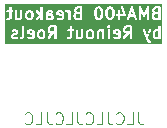
<source format=gbo>
G04 #@! TF.GenerationSoftware,KiCad,Pcbnew,8.0.5*
G04 #@! TF.CreationDate,2024-10-06T10:53:57+02:00*
G04 #@! TF.ProjectId,BMA400-breakout,424d4134-3030-42d6-9272-65616b6f7574,rev?*
G04 #@! TF.SameCoordinates,Original*
G04 #@! TF.FileFunction,Legend,Bot*
G04 #@! TF.FilePolarity,Positive*
%FSLAX46Y46*%
G04 Gerber Fmt 4.6, Leading zero omitted, Abs format (unit mm)*
G04 Created by KiCad (PCBNEW 8.0.5) date 2024-10-06 10:53:57*
%MOMM*%
%LPD*%
G01*
G04 APERTURE LIST*
%ADD10C,0.200000*%
%ADD11C,0.125000*%
%ADD12C,1.700000*%
%ADD13O,1.700000X1.700000*%
%ADD14R,1.700000X1.700000*%
G04 APERTURE END LIST*
D10*
G36*
X103346742Y-73901679D02*
G01*
X103368897Y-73945988D01*
X103368897Y-73990876D01*
X103097411Y-73936579D01*
X103114862Y-73901678D01*
X103159171Y-73879524D01*
X103302433Y-73879524D01*
X103346742Y-73901679D01*
G37*
G36*
X104219185Y-73909329D02*
G01*
X104243854Y-73933997D01*
X104273659Y-73993607D01*
X104273659Y-74232107D01*
X104243854Y-74291715D01*
X104219185Y-74316385D01*
X104159576Y-74346191D01*
X104063933Y-74346191D01*
X104004323Y-74316386D01*
X103979656Y-74291718D01*
X103949850Y-74232106D01*
X103949850Y-73993607D01*
X103979655Y-73933997D01*
X104004323Y-73909328D01*
X104063933Y-73879524D01*
X104159576Y-73879524D01*
X104219185Y-73909329D01*
G37*
G36*
X108362043Y-73909329D02*
G01*
X108386712Y-73933997D01*
X108416517Y-73993607D01*
X108416517Y-74232107D01*
X108386712Y-74291715D01*
X108362043Y-74316385D01*
X108302434Y-74346191D01*
X108206791Y-74346191D01*
X108147181Y-74316386D01*
X108122514Y-74291718D01*
X108092708Y-74232106D01*
X108092708Y-73993607D01*
X108122513Y-73933997D01*
X108147181Y-73909328D01*
X108206791Y-73879524D01*
X108302434Y-73879524D01*
X108362043Y-73909329D01*
G37*
G36*
X110632457Y-73901679D02*
G01*
X110654612Y-73945988D01*
X110654612Y-73990876D01*
X110383126Y-73936579D01*
X110400577Y-73901678D01*
X110444886Y-73879524D01*
X110588148Y-73879524D01*
X110632457Y-73901679D01*
G37*
G36*
X114035565Y-73888946D02*
G01*
X114035565Y-74336768D01*
X114016720Y-74346191D01*
X113873458Y-74346191D01*
X113813848Y-74316386D01*
X113789181Y-74291718D01*
X113759375Y-74232106D01*
X113759375Y-73993607D01*
X113789180Y-73933997D01*
X113813848Y-73909328D01*
X113873458Y-73879524D01*
X114016720Y-73879524D01*
X114035565Y-73888946D01*
G37*
G36*
X105226040Y-73870000D02*
G01*
X104968695Y-73870000D01*
X104909085Y-73840195D01*
X104884417Y-73815526D01*
X104854612Y-73755916D01*
X104854612Y-73660274D01*
X104884417Y-73600664D01*
X104909085Y-73575995D01*
X104968695Y-73546191D01*
X105226040Y-73546191D01*
X105226040Y-73870000D01*
G37*
G36*
X111606993Y-73870000D02*
G01*
X111349648Y-73870000D01*
X111290038Y-73840195D01*
X111265370Y-73815526D01*
X111235565Y-73755916D01*
X111235565Y-73660274D01*
X111265370Y-73600664D01*
X111290038Y-73575995D01*
X111349648Y-73546191D01*
X111606993Y-73546191D01*
X111606993Y-73870000D01*
G37*
G36*
X103219185Y-72299385D02*
G01*
X103243854Y-72324053D01*
X103273659Y-72383663D01*
X103273659Y-72622163D01*
X103243854Y-72681771D01*
X103219185Y-72706441D01*
X103159576Y-72736247D01*
X103063933Y-72736247D01*
X103004323Y-72706442D01*
X102979656Y-72681774D01*
X102949850Y-72622162D01*
X102949850Y-72383663D01*
X102979655Y-72324053D01*
X103004323Y-72299384D01*
X103063933Y-72269580D01*
X103159576Y-72269580D01*
X103219185Y-72299385D01*
G37*
G36*
X104965790Y-72577449D02*
G01*
X104987945Y-72621758D01*
X104987945Y-72669782D01*
X104965790Y-72714091D01*
X104921481Y-72736247D01*
X104730600Y-72736247D01*
X104711755Y-72726824D01*
X104711755Y-72555294D01*
X104921481Y-72555294D01*
X104965790Y-72577449D01*
G37*
G36*
X105822933Y-72291735D02*
G01*
X105845088Y-72336044D01*
X105845088Y-72380932D01*
X105573602Y-72326635D01*
X105591053Y-72291734D01*
X105635362Y-72269580D01*
X105778624Y-72269580D01*
X105822933Y-72291735D01*
G37*
G36*
X107416517Y-72736247D02*
G01*
X107159172Y-72736247D01*
X107099562Y-72706442D01*
X107074895Y-72681774D01*
X107045089Y-72622162D01*
X107045089Y-72526520D01*
X107074894Y-72466910D01*
X107094345Y-72447458D01*
X107199410Y-72412437D01*
X107416517Y-72412437D01*
X107416517Y-72736247D01*
G37*
G36*
X107416517Y-72212437D02*
G01*
X107206791Y-72212437D01*
X107147181Y-72182632D01*
X107122513Y-72157963D01*
X107092708Y-72098353D01*
X107092708Y-72050330D01*
X107122513Y-71990720D01*
X107147181Y-71966051D01*
X107206791Y-71936247D01*
X107416517Y-71936247D01*
X107416517Y-72212437D01*
G37*
G36*
X109076329Y-71966052D02*
G01*
X109100998Y-71990720D01*
X109136451Y-72061627D01*
X109178422Y-72229508D01*
X109178422Y-72442984D01*
X109136451Y-72610865D01*
X109100998Y-72681771D01*
X109076329Y-72706441D01*
X109016720Y-72736247D01*
X108968696Y-72736247D01*
X108909086Y-72706442D01*
X108884419Y-72681774D01*
X108848964Y-72610865D01*
X108806994Y-72442984D01*
X108806994Y-72229509D01*
X108848964Y-72061627D01*
X108884418Y-71990720D01*
X108909086Y-71966051D01*
X108968696Y-71936247D01*
X109016720Y-71936247D01*
X109076329Y-71966052D01*
G37*
G36*
X110028710Y-71966052D02*
G01*
X110053379Y-71990720D01*
X110088832Y-72061627D01*
X110130803Y-72229508D01*
X110130803Y-72442984D01*
X110088832Y-72610865D01*
X110053379Y-72681771D01*
X110028710Y-72706441D01*
X109969101Y-72736247D01*
X109921077Y-72736247D01*
X109861467Y-72706442D01*
X109836800Y-72681774D01*
X109801345Y-72610865D01*
X109759375Y-72442984D01*
X109759375Y-72229509D01*
X109801345Y-72061627D01*
X109836799Y-71990720D01*
X109861467Y-71966051D01*
X109921077Y-71936247D01*
X109969101Y-71936247D01*
X110028710Y-71966052D01*
G37*
G36*
X114035565Y-72736247D02*
G01*
X113778220Y-72736247D01*
X113718610Y-72706442D01*
X113693943Y-72681774D01*
X113664137Y-72622162D01*
X113664137Y-72526520D01*
X113693942Y-72466910D01*
X113713393Y-72447458D01*
X113818458Y-72412437D01*
X114035565Y-72412437D01*
X114035565Y-72736247D01*
G37*
G36*
X114035565Y-72212437D02*
G01*
X113825839Y-72212437D01*
X113766229Y-72182632D01*
X113741561Y-72157963D01*
X113711756Y-72098353D01*
X113711756Y-72050330D01*
X113741561Y-71990720D01*
X113766229Y-71966051D01*
X113825839Y-71936247D01*
X114035565Y-71936247D01*
X114035565Y-72212437D01*
G37*
G36*
X111901585Y-72450532D02*
G01*
X111702880Y-72450532D01*
X111802232Y-72152474D01*
X111901585Y-72450532D01*
G37*
G36*
X114346676Y-74989850D02*
G01*
X101069231Y-74989850D01*
X101069231Y-74255714D01*
X101559373Y-74255714D01*
X101559373Y-74303333D01*
X101561294Y-74322842D01*
X101562669Y-74326162D01*
X101562924Y-74329745D01*
X101569930Y-74348054D01*
X101617549Y-74443293D01*
X101619602Y-74446556D01*
X101620116Y-74448095D01*
X101621778Y-74450011D01*
X101627992Y-74459883D01*
X101637463Y-74468097D01*
X101645680Y-74477572D01*
X101655550Y-74483784D01*
X101657468Y-74485448D01*
X101659008Y-74485961D01*
X101662271Y-74488015D01*
X101757508Y-74535634D01*
X101775817Y-74542640D01*
X101779400Y-74542894D01*
X101782721Y-74544270D01*
X101802230Y-74546191D01*
X101992706Y-74546191D01*
X102012215Y-74544270D01*
X102015535Y-74542894D01*
X102019119Y-74542640D01*
X102037427Y-74535634D01*
X102132665Y-74488015D01*
X102149255Y-74477572D01*
X102174820Y-74448095D01*
X102179623Y-74433684D01*
X102322063Y-74433684D01*
X102324829Y-74472604D01*
X102342278Y-74507503D01*
X102371755Y-74533067D01*
X102408771Y-74545406D01*
X102447691Y-74542640D01*
X102465999Y-74535634D01*
X102561237Y-74488015D01*
X102564499Y-74485961D01*
X102566039Y-74485448D01*
X102567955Y-74483785D01*
X102577827Y-74477572D01*
X102586042Y-74468098D01*
X102595516Y-74459883D01*
X102601729Y-74450011D01*
X102603392Y-74448095D01*
X102603904Y-74446556D01*
X102605959Y-74443293D01*
X102653578Y-74348054D01*
X102660584Y-74329746D01*
X102660838Y-74326162D01*
X102662214Y-74322842D01*
X102664135Y-74303333D01*
X102664135Y-73922381D01*
X102892707Y-73922381D01*
X102892707Y-74017619D01*
X102894628Y-74037128D01*
X102898377Y-74046180D01*
X102900279Y-74055791D01*
X102905770Y-74064027D01*
X102909560Y-74073176D01*
X102916486Y-74080102D01*
X102921922Y-74088256D01*
X102930150Y-74093766D01*
X102937150Y-74100766D01*
X102946201Y-74104515D01*
X102954342Y-74109967D01*
X102973095Y-74115677D01*
X102973196Y-74115697D01*
X102973198Y-74115698D01*
X102973200Y-74115698D01*
X103368897Y-74194837D01*
X103368897Y-74279726D01*
X103346742Y-74324035D01*
X103302433Y-74346191D01*
X103159171Y-74346191D01*
X103085047Y-74309129D01*
X103066739Y-74302123D01*
X103027819Y-74299357D01*
X102990803Y-74311696D01*
X102961326Y-74337260D01*
X102943877Y-74372159D01*
X102941111Y-74411079D01*
X102953450Y-74448095D01*
X102979014Y-74477572D01*
X102995605Y-74488015D01*
X103090842Y-74535634D01*
X103109151Y-74542640D01*
X103112734Y-74542894D01*
X103116055Y-74544270D01*
X103135564Y-74546191D01*
X103326040Y-74546191D01*
X103345549Y-74544270D01*
X103348869Y-74542894D01*
X103352453Y-74542640D01*
X103370761Y-74535634D01*
X103465999Y-74488015D01*
X103469261Y-74485961D01*
X103470801Y-74485448D01*
X103472717Y-74483785D01*
X103482589Y-74477572D01*
X103490804Y-74468098D01*
X103500278Y-74459883D01*
X103506491Y-74450011D01*
X103508154Y-74448095D01*
X103508666Y-74446556D01*
X103510721Y-74443293D01*
X103558340Y-74348054D01*
X103565346Y-74329746D01*
X103565600Y-74326162D01*
X103566976Y-74322842D01*
X103568897Y-74303333D01*
X103568897Y-73970000D01*
X103749850Y-73970000D01*
X103749850Y-74255714D01*
X103751771Y-74275223D01*
X103753146Y-74278543D01*
X103753401Y-74282127D01*
X103760407Y-74300435D01*
X103808026Y-74395673D01*
X103813309Y-74404065D01*
X103814321Y-74406509D01*
X103816577Y-74409258D01*
X103818469Y-74412263D01*
X103820463Y-74413992D01*
X103826758Y-74421662D01*
X103874376Y-74469282D01*
X103882044Y-74475575D01*
X103883776Y-74477572D01*
X103886784Y-74479465D01*
X103889530Y-74481719D01*
X103891970Y-74482729D01*
X103900367Y-74488015D01*
X103995604Y-74535634D01*
X104013913Y-74542640D01*
X104017496Y-74542894D01*
X104020817Y-74544270D01*
X104040326Y-74546191D01*
X104183183Y-74546191D01*
X104202692Y-74544270D01*
X104206012Y-74542894D01*
X104209596Y-74542640D01*
X104227904Y-74535634D01*
X104323142Y-74488015D01*
X104331537Y-74482730D01*
X104333979Y-74481719D01*
X104336726Y-74479463D01*
X104339732Y-74477572D01*
X104341462Y-74475577D01*
X104349132Y-74469282D01*
X104396751Y-74421662D01*
X104403043Y-74413995D01*
X104405040Y-74412264D01*
X104406933Y-74409256D01*
X104409188Y-74406509D01*
X104410199Y-74404067D01*
X104415483Y-74395673D01*
X104463102Y-74300436D01*
X104470108Y-74282127D01*
X104470362Y-74278543D01*
X104471738Y-74275223D01*
X104473659Y-74255714D01*
X104473659Y-73970000D01*
X104471738Y-73950491D01*
X104470362Y-73947170D01*
X104470108Y-73943587D01*
X104463102Y-73925278D01*
X104415483Y-73830041D01*
X104410197Y-73821644D01*
X104409187Y-73819204D01*
X104406933Y-73816458D01*
X104405040Y-73813450D01*
X104403042Y-73811717D01*
X104396750Y-73804051D01*
X104349132Y-73756432D01*
X104341461Y-73750137D01*
X104339732Y-73748143D01*
X104336724Y-73746249D01*
X104333978Y-73743996D01*
X104331538Y-73742985D01*
X104323142Y-73737700D01*
X104227904Y-73690081D01*
X104209596Y-73683075D01*
X104206012Y-73682820D01*
X104202692Y-73681445D01*
X104183183Y-73679524D01*
X104040326Y-73679524D01*
X104020817Y-73681445D01*
X104017496Y-73682820D01*
X104013913Y-73683075D01*
X103995604Y-73690081D01*
X103900367Y-73737700D01*
X103891970Y-73742985D01*
X103889530Y-73743996D01*
X103886784Y-73746249D01*
X103883776Y-73748143D01*
X103882043Y-73750140D01*
X103874377Y-73756433D01*
X103826758Y-73804051D01*
X103820463Y-73811721D01*
X103818469Y-73813451D01*
X103816575Y-73816458D01*
X103814322Y-73819205D01*
X103813311Y-73821644D01*
X103808026Y-73830041D01*
X103760407Y-73925279D01*
X103753401Y-73943587D01*
X103753146Y-73947170D01*
X103751771Y-73950491D01*
X103749850Y-73970000D01*
X103568897Y-73970000D01*
X103568897Y-73922381D01*
X103566976Y-73902872D01*
X103565600Y-73899551D01*
X103565346Y-73895968D01*
X103558340Y-73877659D01*
X103510721Y-73782422D01*
X103508666Y-73779158D01*
X103508154Y-73777620D01*
X103506492Y-73775704D01*
X103500278Y-73765831D01*
X103490802Y-73757613D01*
X103482589Y-73748143D01*
X103472717Y-73741929D01*
X103470801Y-73740267D01*
X103469262Y-73739753D01*
X103465999Y-73737700D01*
X103370761Y-73690081D01*
X103352453Y-73683075D01*
X103348869Y-73682820D01*
X103345549Y-73681445D01*
X103326040Y-73679524D01*
X103135564Y-73679524D01*
X103116055Y-73681445D01*
X103112734Y-73682820D01*
X103109151Y-73683075D01*
X103090842Y-73690081D01*
X102995605Y-73737700D01*
X102992341Y-73739754D01*
X102990803Y-73740267D01*
X102988887Y-73741928D01*
X102979014Y-73748143D01*
X102970796Y-73757618D01*
X102961326Y-73765832D01*
X102955112Y-73775703D01*
X102953450Y-73777620D01*
X102952936Y-73779158D01*
X102950883Y-73782422D01*
X102903264Y-73877660D01*
X102896258Y-73895968D01*
X102896003Y-73899551D01*
X102894628Y-73902872D01*
X102892707Y-73922381D01*
X102664135Y-73922381D01*
X102664135Y-73636667D01*
X104654612Y-73636667D01*
X104654612Y-73779524D01*
X104656533Y-73799033D01*
X104657908Y-73802353D01*
X104658163Y-73805937D01*
X104665169Y-73824245D01*
X104712788Y-73919483D01*
X104718073Y-73927879D01*
X104719084Y-73930319D01*
X104721337Y-73933065D01*
X104723231Y-73936073D01*
X104725225Y-73937802D01*
X104731520Y-73945473D01*
X104779139Y-73993091D01*
X104786805Y-73999383D01*
X104788538Y-74001381D01*
X104791546Y-74003274D01*
X104794292Y-74005528D01*
X104796732Y-74006538D01*
X104805129Y-74011824D01*
X104900366Y-74059443D01*
X104902656Y-74060319D01*
X104672689Y-74388845D01*
X104663075Y-74405929D01*
X104654635Y-74444023D01*
X104661416Y-74482448D01*
X104682385Y-74515353D01*
X104714350Y-74537728D01*
X104752444Y-74546168D01*
X104790869Y-74539387D01*
X104823774Y-74518418D01*
X104836535Y-74503537D01*
X105140010Y-74070000D01*
X105226040Y-74070000D01*
X105226040Y-74446191D01*
X105227961Y-74465700D01*
X105242893Y-74501748D01*
X105270483Y-74529338D01*
X105306531Y-74544270D01*
X105345549Y-74544270D01*
X105381597Y-74529338D01*
X105409187Y-74501748D01*
X105424119Y-74465700D01*
X105426040Y-74446191D01*
X105426040Y-73760015D01*
X106323200Y-73760015D01*
X106323200Y-73799033D01*
X106338132Y-73835081D01*
X106365722Y-73862671D01*
X106401770Y-73877603D01*
X106421279Y-73879524D01*
X106559374Y-73879524D01*
X106559374Y-74279726D01*
X106537219Y-74324035D01*
X106492910Y-74346191D01*
X106421279Y-74346191D01*
X106401770Y-74348112D01*
X106365722Y-74363044D01*
X106338132Y-74390634D01*
X106323200Y-74426682D01*
X106323200Y-74465700D01*
X106338132Y-74501748D01*
X106365722Y-74529338D01*
X106401770Y-74544270D01*
X106421279Y-74546191D01*
X106516517Y-74546191D01*
X106536026Y-74544270D01*
X106539346Y-74542894D01*
X106542930Y-74542640D01*
X106561238Y-74535634D01*
X106656476Y-74488015D01*
X106659738Y-74485961D01*
X106661278Y-74485448D01*
X106663194Y-74483785D01*
X106673066Y-74477572D01*
X106681281Y-74468098D01*
X106690755Y-74459883D01*
X106696968Y-74450011D01*
X106698631Y-74448095D01*
X106699143Y-74446556D01*
X106701198Y-74443293D01*
X106748817Y-74348054D01*
X106755823Y-74329746D01*
X106756077Y-74326162D01*
X106757453Y-74322842D01*
X106759374Y-74303333D01*
X106759374Y-73879524D01*
X106802231Y-73879524D01*
X106821740Y-73877603D01*
X106857788Y-73862671D01*
X106885378Y-73835081D01*
X106900310Y-73799033D01*
X106900310Y-73779524D01*
X107035565Y-73779524D01*
X107035565Y-74446191D01*
X107037486Y-74465700D01*
X107052418Y-74501748D01*
X107080008Y-74529338D01*
X107116056Y-74544270D01*
X107155074Y-74544270D01*
X107191122Y-74529338D01*
X107201117Y-74519342D01*
X107233700Y-74535634D01*
X107252009Y-74542640D01*
X107255592Y-74542894D01*
X107258913Y-74544270D01*
X107278422Y-74546191D01*
X107421279Y-74546191D01*
X107440788Y-74544270D01*
X107444108Y-74542894D01*
X107447692Y-74542640D01*
X107466000Y-74535634D01*
X107561238Y-74488015D01*
X107564500Y-74485961D01*
X107566040Y-74485448D01*
X107567956Y-74483785D01*
X107577828Y-74477572D01*
X107586043Y-74468098D01*
X107595517Y-74459883D01*
X107601730Y-74450011D01*
X107603393Y-74448095D01*
X107603905Y-74446556D01*
X107605960Y-74443293D01*
X107653579Y-74348054D01*
X107660585Y-74329746D01*
X107660839Y-74326162D01*
X107662215Y-74322842D01*
X107664136Y-74303333D01*
X107664136Y-73970000D01*
X107892708Y-73970000D01*
X107892708Y-74255714D01*
X107894629Y-74275223D01*
X107896004Y-74278543D01*
X107896259Y-74282127D01*
X107903265Y-74300435D01*
X107950884Y-74395673D01*
X107956167Y-74404065D01*
X107957179Y-74406509D01*
X107959435Y-74409258D01*
X107961327Y-74412263D01*
X107963321Y-74413992D01*
X107969616Y-74421662D01*
X108017234Y-74469282D01*
X108024902Y-74475575D01*
X108026634Y-74477572D01*
X108029642Y-74479465D01*
X108032388Y-74481719D01*
X108034828Y-74482729D01*
X108043225Y-74488015D01*
X108138462Y-74535634D01*
X108156771Y-74542640D01*
X108160354Y-74542894D01*
X108163675Y-74544270D01*
X108183184Y-74546191D01*
X108326041Y-74546191D01*
X108345550Y-74544270D01*
X108348870Y-74542894D01*
X108352454Y-74542640D01*
X108370762Y-74535634D01*
X108466000Y-74488015D01*
X108474395Y-74482730D01*
X108476837Y-74481719D01*
X108479584Y-74479463D01*
X108482590Y-74477572D01*
X108484320Y-74475577D01*
X108491990Y-74469282D01*
X108539609Y-74421662D01*
X108545901Y-74413995D01*
X108547898Y-74412264D01*
X108549791Y-74409256D01*
X108552046Y-74406509D01*
X108553057Y-74404067D01*
X108558341Y-74395673D01*
X108605960Y-74300436D01*
X108612966Y-74282127D01*
X108613220Y-74278543D01*
X108614596Y-74275223D01*
X108616517Y-74255714D01*
X108616517Y-73970000D01*
X108614596Y-73950491D01*
X108613220Y-73947170D01*
X108612966Y-73943587D01*
X108605960Y-73925278D01*
X108604511Y-73922381D01*
X108845089Y-73922381D01*
X108845089Y-74446191D01*
X108847010Y-74465700D01*
X108861942Y-74501748D01*
X108889532Y-74529338D01*
X108925580Y-74544270D01*
X108964598Y-74544270D01*
X109000646Y-74529338D01*
X109028236Y-74501748D01*
X109043168Y-74465700D01*
X109045089Y-74446191D01*
X109045089Y-73945988D01*
X109067244Y-73901678D01*
X109111553Y-73879524D01*
X109207196Y-73879524D01*
X109266805Y-73909329D01*
X109273660Y-73916183D01*
X109273660Y-74446191D01*
X109275581Y-74465700D01*
X109290513Y-74501748D01*
X109318103Y-74529338D01*
X109354151Y-74544270D01*
X109393169Y-74544270D01*
X109429217Y-74529338D01*
X109456807Y-74501748D01*
X109471739Y-74465700D01*
X109473660Y-74446191D01*
X109473660Y-73779524D01*
X109749850Y-73779524D01*
X109749850Y-74446191D01*
X109751771Y-74465700D01*
X109766703Y-74501748D01*
X109794293Y-74529338D01*
X109830341Y-74544270D01*
X109869359Y-74544270D01*
X109905407Y-74529338D01*
X109932997Y-74501748D01*
X109947929Y-74465700D01*
X109949850Y-74446191D01*
X109949850Y-73922381D01*
X110178422Y-73922381D01*
X110178422Y-74017619D01*
X110180343Y-74037128D01*
X110184092Y-74046180D01*
X110185994Y-74055791D01*
X110191485Y-74064027D01*
X110195275Y-74073176D01*
X110202201Y-74080102D01*
X110207637Y-74088256D01*
X110215865Y-74093766D01*
X110222865Y-74100766D01*
X110231916Y-74104515D01*
X110240057Y-74109967D01*
X110258810Y-74115677D01*
X110258911Y-74115697D01*
X110258913Y-74115698D01*
X110258915Y-74115698D01*
X110654612Y-74194837D01*
X110654612Y-74279726D01*
X110632457Y-74324035D01*
X110588148Y-74346191D01*
X110444886Y-74346191D01*
X110370762Y-74309129D01*
X110352454Y-74302123D01*
X110313534Y-74299357D01*
X110276518Y-74311696D01*
X110247041Y-74337260D01*
X110229592Y-74372159D01*
X110226826Y-74411079D01*
X110239165Y-74448095D01*
X110264729Y-74477572D01*
X110281320Y-74488015D01*
X110376557Y-74535634D01*
X110394866Y-74542640D01*
X110398449Y-74542894D01*
X110401770Y-74544270D01*
X110421279Y-74546191D01*
X110611755Y-74546191D01*
X110631264Y-74544270D01*
X110634584Y-74542894D01*
X110638168Y-74542640D01*
X110656476Y-74535634D01*
X110751714Y-74488015D01*
X110754976Y-74485961D01*
X110756516Y-74485448D01*
X110758432Y-74483785D01*
X110768304Y-74477572D01*
X110776519Y-74468098D01*
X110785993Y-74459883D01*
X110792206Y-74450011D01*
X110793869Y-74448095D01*
X110794381Y-74446556D01*
X110796436Y-74443293D01*
X110844055Y-74348054D01*
X110851061Y-74329746D01*
X110851315Y-74326162D01*
X110852691Y-74322842D01*
X110854612Y-74303333D01*
X110854612Y-73922381D01*
X110852691Y-73902872D01*
X110851315Y-73899551D01*
X110851061Y-73895968D01*
X110844055Y-73877659D01*
X110796436Y-73782422D01*
X110794381Y-73779158D01*
X110793869Y-73777620D01*
X110792207Y-73775704D01*
X110785993Y-73765831D01*
X110776517Y-73757613D01*
X110768304Y-73748143D01*
X110758432Y-73741929D01*
X110756516Y-73740267D01*
X110754977Y-73739753D01*
X110751714Y-73737700D01*
X110656476Y-73690081D01*
X110638168Y-73683075D01*
X110634584Y-73682820D01*
X110631264Y-73681445D01*
X110611755Y-73679524D01*
X110421279Y-73679524D01*
X110401770Y-73681445D01*
X110398449Y-73682820D01*
X110394866Y-73683075D01*
X110376557Y-73690081D01*
X110281320Y-73737700D01*
X110278056Y-73739754D01*
X110276518Y-73740267D01*
X110274602Y-73741928D01*
X110264729Y-73748143D01*
X110256511Y-73757618D01*
X110247041Y-73765832D01*
X110240827Y-73775703D01*
X110239165Y-73777620D01*
X110238651Y-73779158D01*
X110236598Y-73782422D01*
X110188979Y-73877660D01*
X110181973Y-73895968D01*
X110181718Y-73899551D01*
X110180343Y-73902872D01*
X110178422Y-73922381D01*
X109949850Y-73922381D01*
X109949850Y-73779524D01*
X109947929Y-73760015D01*
X109932997Y-73723967D01*
X109905407Y-73696377D01*
X109869359Y-73681445D01*
X109830341Y-73681445D01*
X109794293Y-73696377D01*
X109766703Y-73723967D01*
X109751771Y-73760015D01*
X109749850Y-73779524D01*
X109473660Y-73779524D01*
X109471739Y-73760015D01*
X109456807Y-73723967D01*
X109429217Y-73696377D01*
X109393169Y-73681445D01*
X109354151Y-73681445D01*
X109318103Y-73696377D01*
X109308107Y-73706372D01*
X109275524Y-73690081D01*
X109257216Y-73683075D01*
X109253632Y-73682820D01*
X109250312Y-73681445D01*
X109230803Y-73679524D01*
X109087946Y-73679524D01*
X109068437Y-73681445D01*
X109065116Y-73682820D01*
X109061533Y-73683075D01*
X109043224Y-73690081D01*
X108947987Y-73737700D01*
X108944723Y-73739754D01*
X108943185Y-73740267D01*
X108941269Y-73741928D01*
X108931396Y-73748143D01*
X108923178Y-73757618D01*
X108913708Y-73765832D01*
X108907494Y-73775703D01*
X108905832Y-73777620D01*
X108905318Y-73779158D01*
X108903265Y-73782422D01*
X108855646Y-73877660D01*
X108848640Y-73895968D01*
X108848385Y-73899551D01*
X108847010Y-73902872D01*
X108845089Y-73922381D01*
X108604511Y-73922381D01*
X108558341Y-73830041D01*
X108553055Y-73821644D01*
X108552045Y-73819204D01*
X108549791Y-73816458D01*
X108547898Y-73813450D01*
X108545900Y-73811717D01*
X108539608Y-73804051D01*
X108491990Y-73756432D01*
X108484319Y-73750137D01*
X108482590Y-73748143D01*
X108479582Y-73746249D01*
X108476836Y-73743996D01*
X108474396Y-73742985D01*
X108466000Y-73737700D01*
X108370762Y-73690081D01*
X108352454Y-73683075D01*
X108348870Y-73682820D01*
X108345550Y-73681445D01*
X108326041Y-73679524D01*
X108183184Y-73679524D01*
X108163675Y-73681445D01*
X108160354Y-73682820D01*
X108156771Y-73683075D01*
X108138462Y-73690081D01*
X108043225Y-73737700D01*
X108034828Y-73742985D01*
X108032388Y-73743996D01*
X108029642Y-73746249D01*
X108026634Y-73748143D01*
X108024901Y-73750140D01*
X108017235Y-73756433D01*
X107969616Y-73804051D01*
X107963321Y-73811721D01*
X107961327Y-73813451D01*
X107959433Y-73816458D01*
X107957180Y-73819205D01*
X107956169Y-73821644D01*
X107950884Y-73830041D01*
X107903265Y-73925279D01*
X107896259Y-73943587D01*
X107896004Y-73947170D01*
X107894629Y-73950491D01*
X107892708Y-73970000D01*
X107664136Y-73970000D01*
X107664136Y-73779524D01*
X107662215Y-73760015D01*
X107647283Y-73723967D01*
X107619693Y-73696377D01*
X107583645Y-73681445D01*
X107544627Y-73681445D01*
X107508579Y-73696377D01*
X107480989Y-73723967D01*
X107466057Y-73760015D01*
X107464136Y-73779524D01*
X107464136Y-74279726D01*
X107441981Y-74324035D01*
X107397672Y-74346191D01*
X107302029Y-74346191D01*
X107242419Y-74316386D01*
X107235565Y-74309531D01*
X107235565Y-73779524D01*
X107233644Y-73760015D01*
X107218712Y-73723967D01*
X107191122Y-73696377D01*
X107155074Y-73681445D01*
X107116056Y-73681445D01*
X107080008Y-73696377D01*
X107052418Y-73723967D01*
X107037486Y-73760015D01*
X107035565Y-73779524D01*
X106900310Y-73779524D01*
X106900310Y-73760015D01*
X106885378Y-73723967D01*
X106857788Y-73696377D01*
X106821740Y-73681445D01*
X106802231Y-73679524D01*
X106759374Y-73679524D01*
X106759374Y-73474301D01*
X109704152Y-73474301D01*
X109704152Y-73513319D01*
X109719084Y-73549367D01*
X109731520Y-73564521D01*
X109779139Y-73612139D01*
X109794292Y-73624576D01*
X109804850Y-73628949D01*
X109830341Y-73639508D01*
X109869359Y-73639508D01*
X109876218Y-73636667D01*
X111035565Y-73636667D01*
X111035565Y-73779524D01*
X111037486Y-73799033D01*
X111038861Y-73802353D01*
X111039116Y-73805937D01*
X111046122Y-73824245D01*
X111093741Y-73919483D01*
X111099026Y-73927879D01*
X111100037Y-73930319D01*
X111102290Y-73933065D01*
X111104184Y-73936073D01*
X111106178Y-73937802D01*
X111112473Y-73945473D01*
X111160092Y-73993091D01*
X111167758Y-73999383D01*
X111169491Y-74001381D01*
X111172499Y-74003274D01*
X111175245Y-74005528D01*
X111177685Y-74006538D01*
X111186082Y-74011824D01*
X111281319Y-74059443D01*
X111283609Y-74060319D01*
X111053642Y-74388845D01*
X111044028Y-74405929D01*
X111035588Y-74444023D01*
X111042369Y-74482448D01*
X111063338Y-74515353D01*
X111095303Y-74537728D01*
X111133397Y-74546168D01*
X111171822Y-74539387D01*
X111204727Y-74518418D01*
X111217488Y-74503537D01*
X111520963Y-74070000D01*
X111606993Y-74070000D01*
X111606993Y-74446191D01*
X111608914Y-74465700D01*
X111623846Y-74501748D01*
X111651436Y-74529338D01*
X111687484Y-74544270D01*
X111726502Y-74544270D01*
X111762550Y-74529338D01*
X111790140Y-74501748D01*
X111805072Y-74465700D01*
X111806993Y-74446191D01*
X111806993Y-73794139D01*
X112750924Y-73794139D01*
X112755677Y-73813158D01*
X112993772Y-74479824D01*
X112994573Y-74481520D01*
X112995098Y-74483330D01*
X113090336Y-74721425D01*
X113099365Y-74738825D01*
X113099799Y-74739270D01*
X113100037Y-74739843D01*
X113112473Y-74754997D01*
X113160092Y-74802615D01*
X113167758Y-74808907D01*
X113169491Y-74810905D01*
X113172499Y-74812798D01*
X113175245Y-74815052D01*
X113177685Y-74816062D01*
X113186082Y-74821348D01*
X113281319Y-74868967D01*
X113299628Y-74875973D01*
X113338548Y-74878739D01*
X113375564Y-74866400D01*
X113405041Y-74840835D01*
X113422490Y-74805937D01*
X113425255Y-74767017D01*
X113412917Y-74730001D01*
X113387352Y-74700524D01*
X113370762Y-74690081D01*
X113290038Y-74649719D01*
X113268408Y-74628089D01*
X113194847Y-74444186D01*
X113364200Y-73970000D01*
X113559375Y-73970000D01*
X113559375Y-74255714D01*
X113561296Y-74275223D01*
X113562671Y-74278543D01*
X113562926Y-74282127D01*
X113569932Y-74300435D01*
X113617551Y-74395673D01*
X113622834Y-74404065D01*
X113623846Y-74406509D01*
X113626102Y-74409258D01*
X113627994Y-74412263D01*
X113629988Y-74413992D01*
X113636283Y-74421662D01*
X113683901Y-74469282D01*
X113691569Y-74475575D01*
X113693301Y-74477572D01*
X113696309Y-74479465D01*
X113699055Y-74481719D01*
X113701495Y-74482729D01*
X113709892Y-74488015D01*
X113805129Y-74535634D01*
X113823438Y-74542640D01*
X113827021Y-74542894D01*
X113830342Y-74544270D01*
X113849851Y-74546191D01*
X114040327Y-74546191D01*
X114059836Y-74544270D01*
X114063156Y-74542894D01*
X114066740Y-74542640D01*
X114085048Y-74535634D01*
X114089651Y-74533332D01*
X114116056Y-74544270D01*
X114155074Y-74544270D01*
X114191122Y-74529338D01*
X114218712Y-74501748D01*
X114233644Y-74465700D01*
X114235565Y-74446191D01*
X114235565Y-73446191D01*
X114233644Y-73426682D01*
X114218712Y-73390634D01*
X114191122Y-73363044D01*
X114155074Y-73348112D01*
X114116056Y-73348112D01*
X114080008Y-73363044D01*
X114052418Y-73390634D01*
X114037486Y-73426682D01*
X114035565Y-73446191D01*
X114035565Y-73679524D01*
X113849851Y-73679524D01*
X113830342Y-73681445D01*
X113827021Y-73682820D01*
X113823438Y-73683075D01*
X113805129Y-73690081D01*
X113709892Y-73737700D01*
X113701495Y-73742985D01*
X113699055Y-73743996D01*
X113696309Y-73746249D01*
X113693301Y-73748143D01*
X113691568Y-73750140D01*
X113683902Y-73756433D01*
X113636283Y-73804051D01*
X113629988Y-73811721D01*
X113627994Y-73813451D01*
X113626100Y-73816458D01*
X113623847Y-73819205D01*
X113622836Y-73821644D01*
X113617551Y-73830041D01*
X113569932Y-73925279D01*
X113562926Y-73943587D01*
X113562671Y-73947170D01*
X113561296Y-73950491D01*
X113559375Y-73970000D01*
X113364200Y-73970000D01*
X113420215Y-73813158D01*
X113424968Y-73794139D01*
X113423030Y-73755169D01*
X113406327Y-73719907D01*
X113377401Y-73693721D01*
X113340656Y-73680598D01*
X113301686Y-73682535D01*
X113266424Y-73699239D01*
X113240237Y-73728164D01*
X113231867Y-73745891D01*
X113087946Y-74148869D01*
X112944025Y-73745890D01*
X112935655Y-73728164D01*
X112909468Y-73699238D01*
X112874206Y-73682535D01*
X112835236Y-73680597D01*
X112798491Y-73693720D01*
X112769565Y-73719907D01*
X112752862Y-73755169D01*
X112750924Y-73794139D01*
X111806993Y-73794139D01*
X111806993Y-73446191D01*
X111805072Y-73426682D01*
X111790140Y-73390634D01*
X111762550Y-73363044D01*
X111726502Y-73348112D01*
X111706993Y-73346191D01*
X111326041Y-73346191D01*
X111306532Y-73348112D01*
X111303211Y-73349487D01*
X111299628Y-73349742D01*
X111281319Y-73356748D01*
X111186082Y-73404367D01*
X111177685Y-73409652D01*
X111175245Y-73410663D01*
X111172499Y-73412916D01*
X111169491Y-73414810D01*
X111167758Y-73416807D01*
X111160092Y-73423100D01*
X111112473Y-73470718D01*
X111106178Y-73478388D01*
X111104184Y-73480118D01*
X111102290Y-73483125D01*
X111100037Y-73485872D01*
X111099026Y-73488311D01*
X111093741Y-73496708D01*
X111046122Y-73591946D01*
X111039116Y-73610254D01*
X111038861Y-73613837D01*
X111037486Y-73617158D01*
X111035565Y-73636667D01*
X109876218Y-73636667D01*
X109905407Y-73624576D01*
X109920561Y-73612140D01*
X109968179Y-73564521D01*
X109980616Y-73549368D01*
X109995547Y-73513319D01*
X109995547Y-73474301D01*
X109994063Y-73470718D01*
X109980616Y-73438252D01*
X109968179Y-73423099D01*
X109920561Y-73375480D01*
X109905407Y-73363044D01*
X109869359Y-73348112D01*
X109830341Y-73348112D01*
X109804850Y-73358670D01*
X109794292Y-73363044D01*
X109779139Y-73375481D01*
X109731520Y-73423099D01*
X109719085Y-73438252D01*
X109719084Y-73438253D01*
X109704152Y-73474301D01*
X106759374Y-73474301D01*
X106759374Y-73446191D01*
X106757453Y-73426682D01*
X106742521Y-73390634D01*
X106714931Y-73363044D01*
X106678883Y-73348112D01*
X106639865Y-73348112D01*
X106603817Y-73363044D01*
X106576227Y-73390634D01*
X106561295Y-73426682D01*
X106559374Y-73446191D01*
X106559374Y-73679524D01*
X106421279Y-73679524D01*
X106401770Y-73681445D01*
X106365722Y-73696377D01*
X106338132Y-73723967D01*
X106323200Y-73760015D01*
X105426040Y-73760015D01*
X105426040Y-73446191D01*
X105424119Y-73426682D01*
X105409187Y-73390634D01*
X105381597Y-73363044D01*
X105345549Y-73348112D01*
X105326040Y-73346191D01*
X104945088Y-73346191D01*
X104925579Y-73348112D01*
X104922258Y-73349487D01*
X104918675Y-73349742D01*
X104900366Y-73356748D01*
X104805129Y-73404367D01*
X104796732Y-73409652D01*
X104794292Y-73410663D01*
X104791546Y-73412916D01*
X104788538Y-73414810D01*
X104786805Y-73416807D01*
X104779139Y-73423100D01*
X104731520Y-73470718D01*
X104725225Y-73478388D01*
X104723231Y-73480118D01*
X104721337Y-73483125D01*
X104719084Y-73485872D01*
X104718073Y-73488311D01*
X104712788Y-73496708D01*
X104665169Y-73591946D01*
X104658163Y-73610254D01*
X104657908Y-73613837D01*
X104656533Y-73617158D01*
X104654612Y-73636667D01*
X102664135Y-73636667D01*
X102664135Y-73446191D01*
X102662214Y-73426682D01*
X102647282Y-73390634D01*
X102619692Y-73363044D01*
X102583644Y-73348112D01*
X102544626Y-73348112D01*
X102508578Y-73363044D01*
X102480988Y-73390634D01*
X102466056Y-73426682D01*
X102464135Y-73446191D01*
X102464135Y-74279726D01*
X102441980Y-74324035D01*
X102376557Y-74356748D01*
X102359966Y-74367191D01*
X102334402Y-74396668D01*
X102322063Y-74433684D01*
X102179623Y-74433684D01*
X102187158Y-74411079D01*
X102184393Y-74372159D01*
X102166944Y-74337261D01*
X102137467Y-74311696D01*
X102100451Y-74299357D01*
X102061531Y-74302123D01*
X102043222Y-74309129D01*
X101969099Y-74346191D01*
X101825837Y-74346191D01*
X101781527Y-74324036D01*
X101759373Y-74279726D01*
X101759373Y-74279321D01*
X101781528Y-74235011D01*
X101825837Y-74212857D01*
X101945087Y-74212857D01*
X101964596Y-74210936D01*
X101967916Y-74209560D01*
X101971500Y-74209306D01*
X101989808Y-74202300D01*
X102085046Y-74154681D01*
X102088309Y-74152627D01*
X102089848Y-74152114D01*
X102091764Y-74150451D01*
X102101636Y-74144238D01*
X102109849Y-74134767D01*
X102119325Y-74126550D01*
X102125539Y-74116676D01*
X102127201Y-74114761D01*
X102127713Y-74113222D01*
X102129768Y-74109959D01*
X102177387Y-74014722D01*
X102184393Y-73996413D01*
X102184647Y-73992829D01*
X102186023Y-73989509D01*
X102187944Y-73970000D01*
X102187944Y-73922381D01*
X102186023Y-73902872D01*
X102184647Y-73899551D01*
X102184393Y-73895968D01*
X102177387Y-73877659D01*
X102129768Y-73782422D01*
X102127713Y-73779158D01*
X102127201Y-73777620D01*
X102125539Y-73775704D01*
X102119325Y-73765831D01*
X102109849Y-73757613D01*
X102101636Y-73748143D01*
X102091764Y-73741929D01*
X102089848Y-73740267D01*
X102088309Y-73739753D01*
X102085046Y-73737700D01*
X101989808Y-73690081D01*
X101971500Y-73683075D01*
X101967916Y-73682820D01*
X101964596Y-73681445D01*
X101945087Y-73679524D01*
X101802230Y-73679524D01*
X101782721Y-73681445D01*
X101779400Y-73682820D01*
X101775817Y-73683075D01*
X101757508Y-73690081D01*
X101662271Y-73737700D01*
X101645680Y-73748143D01*
X101620116Y-73777620D01*
X101607777Y-73814636D01*
X101610543Y-73853556D01*
X101627992Y-73888455D01*
X101657469Y-73914019D01*
X101694485Y-73926358D01*
X101733405Y-73923592D01*
X101751713Y-73916586D01*
X101825837Y-73879524D01*
X101921480Y-73879524D01*
X101965789Y-73901679D01*
X101987944Y-73945988D01*
X101987944Y-73946393D01*
X101965789Y-73990701D01*
X101921480Y-74012857D01*
X101802230Y-74012857D01*
X101782721Y-74014778D01*
X101779400Y-74016153D01*
X101775817Y-74016408D01*
X101757508Y-74023414D01*
X101662271Y-74071033D01*
X101659007Y-74073087D01*
X101657469Y-74073600D01*
X101655553Y-74075261D01*
X101645680Y-74081476D01*
X101637462Y-74090951D01*
X101627992Y-74099165D01*
X101621778Y-74109036D01*
X101620116Y-74110953D01*
X101619602Y-74112491D01*
X101617549Y-74115755D01*
X101569930Y-74210993D01*
X101562924Y-74229301D01*
X101562669Y-74232884D01*
X101561294Y-74236205D01*
X101559373Y-74255714D01*
X101069231Y-74255714D01*
X101069231Y-72150071D01*
X101180342Y-72150071D01*
X101180342Y-72189089D01*
X101195274Y-72225137D01*
X101222864Y-72252727D01*
X101258912Y-72267659D01*
X101278421Y-72269580D01*
X101416516Y-72269580D01*
X101416516Y-72669782D01*
X101394361Y-72714091D01*
X101350052Y-72736247D01*
X101278421Y-72736247D01*
X101258912Y-72738168D01*
X101222864Y-72753100D01*
X101195274Y-72780690D01*
X101180342Y-72816738D01*
X101180342Y-72855756D01*
X101195274Y-72891804D01*
X101222864Y-72919394D01*
X101258912Y-72934326D01*
X101278421Y-72936247D01*
X101373659Y-72936247D01*
X101393168Y-72934326D01*
X101396488Y-72932950D01*
X101400072Y-72932696D01*
X101418380Y-72925690D01*
X101513618Y-72878071D01*
X101516880Y-72876017D01*
X101518420Y-72875504D01*
X101520336Y-72873841D01*
X101530208Y-72867628D01*
X101538423Y-72858154D01*
X101547897Y-72849939D01*
X101554110Y-72840067D01*
X101555773Y-72838151D01*
X101556285Y-72836612D01*
X101558340Y-72833349D01*
X101605959Y-72738110D01*
X101612965Y-72719802D01*
X101613219Y-72716218D01*
X101614595Y-72712898D01*
X101616516Y-72693389D01*
X101616516Y-72269580D01*
X101659373Y-72269580D01*
X101678882Y-72267659D01*
X101714930Y-72252727D01*
X101742520Y-72225137D01*
X101757452Y-72189089D01*
X101757452Y-72169580D01*
X101892707Y-72169580D01*
X101892707Y-72836247D01*
X101894628Y-72855756D01*
X101909560Y-72891804D01*
X101937150Y-72919394D01*
X101973198Y-72934326D01*
X102012216Y-72934326D01*
X102048264Y-72919394D01*
X102058259Y-72909398D01*
X102090842Y-72925690D01*
X102109151Y-72932696D01*
X102112734Y-72932950D01*
X102116055Y-72934326D01*
X102135564Y-72936247D01*
X102278421Y-72936247D01*
X102297930Y-72934326D01*
X102301250Y-72932950D01*
X102304834Y-72932696D01*
X102323142Y-72925690D01*
X102418380Y-72878071D01*
X102421642Y-72876017D01*
X102423182Y-72875504D01*
X102425098Y-72873841D01*
X102434970Y-72867628D01*
X102443185Y-72858154D01*
X102452659Y-72849939D01*
X102458872Y-72840067D01*
X102460535Y-72838151D01*
X102461047Y-72836612D01*
X102463102Y-72833349D01*
X102510721Y-72738110D01*
X102517727Y-72719802D01*
X102517981Y-72716218D01*
X102519357Y-72712898D01*
X102521278Y-72693389D01*
X102521278Y-72360056D01*
X102749850Y-72360056D01*
X102749850Y-72645770D01*
X102751771Y-72665279D01*
X102753146Y-72668599D01*
X102753401Y-72672183D01*
X102760407Y-72690491D01*
X102808026Y-72785729D01*
X102813309Y-72794121D01*
X102814321Y-72796565D01*
X102816577Y-72799314D01*
X102818469Y-72802319D01*
X102820463Y-72804048D01*
X102826758Y-72811718D01*
X102874376Y-72859338D01*
X102882044Y-72865631D01*
X102883776Y-72867628D01*
X102886784Y-72869521D01*
X102889530Y-72871775D01*
X102891970Y-72872785D01*
X102900367Y-72878071D01*
X102995604Y-72925690D01*
X103013913Y-72932696D01*
X103017496Y-72932950D01*
X103020817Y-72934326D01*
X103040326Y-72936247D01*
X103183183Y-72936247D01*
X103202692Y-72934326D01*
X103206012Y-72932950D01*
X103209596Y-72932696D01*
X103227904Y-72925690D01*
X103323142Y-72878071D01*
X103331537Y-72872786D01*
X103333979Y-72871775D01*
X103336726Y-72869519D01*
X103339732Y-72867628D01*
X103341462Y-72865633D01*
X103349132Y-72859338D01*
X103377664Y-72830805D01*
X103654760Y-72830805D01*
X103660278Y-72869431D01*
X103680157Y-72903005D01*
X103711372Y-72926416D01*
X103749170Y-72936099D01*
X103787796Y-72930581D01*
X103821370Y-72910702D01*
X103834612Y-72896247D01*
X104035564Y-72628310D01*
X104035564Y-72836247D01*
X104037485Y-72855756D01*
X104052417Y-72891804D01*
X104080007Y-72919394D01*
X104116055Y-72934326D01*
X104155073Y-72934326D01*
X104191121Y-72919394D01*
X104218711Y-72891804D01*
X104233643Y-72855756D01*
X104235564Y-72836247D01*
X104235564Y-72312437D01*
X104511755Y-72312437D01*
X104511755Y-72836247D01*
X104513676Y-72855756D01*
X104528608Y-72891804D01*
X104556198Y-72919394D01*
X104592246Y-72934326D01*
X104631264Y-72934326D01*
X104657668Y-72923388D01*
X104662271Y-72925690D01*
X104680580Y-72932696D01*
X104684163Y-72932950D01*
X104687484Y-72934326D01*
X104706993Y-72936247D01*
X104945088Y-72936247D01*
X104964597Y-72934326D01*
X104967917Y-72932950D01*
X104971501Y-72932696D01*
X104989809Y-72925690D01*
X105085047Y-72878071D01*
X105088309Y-72876017D01*
X105089849Y-72875504D01*
X105091765Y-72873841D01*
X105101637Y-72867628D01*
X105109852Y-72858154D01*
X105119326Y-72849939D01*
X105125539Y-72840067D01*
X105127202Y-72838151D01*
X105127714Y-72836612D01*
X105129769Y-72833349D01*
X105177388Y-72738110D01*
X105184394Y-72719802D01*
X105184648Y-72716218D01*
X105186024Y-72712898D01*
X105187945Y-72693389D01*
X105187945Y-72598151D01*
X105186024Y-72578642D01*
X105184648Y-72575321D01*
X105184394Y-72571738D01*
X105177388Y-72553429D01*
X105129769Y-72458192D01*
X105127714Y-72454928D01*
X105127202Y-72453390D01*
X105125540Y-72451474D01*
X105119326Y-72441601D01*
X105109850Y-72433383D01*
X105101637Y-72423913D01*
X105091765Y-72417699D01*
X105089849Y-72416037D01*
X105088310Y-72415523D01*
X105085047Y-72413470D01*
X104989809Y-72365851D01*
X104971501Y-72358845D01*
X104967917Y-72358590D01*
X104964597Y-72357215D01*
X104945088Y-72355294D01*
X104730600Y-72355294D01*
X104711755Y-72345871D01*
X104711755Y-72336044D01*
X104733910Y-72291734D01*
X104778219Y-72269580D01*
X104921481Y-72269580D01*
X104995604Y-72306642D01*
X105013913Y-72313648D01*
X105052833Y-72316414D01*
X105064764Y-72312437D01*
X105368898Y-72312437D01*
X105368898Y-72407675D01*
X105370819Y-72427184D01*
X105374568Y-72436236D01*
X105376470Y-72445847D01*
X105381962Y-72454085D01*
X105385751Y-72463232D01*
X105392677Y-72470158D01*
X105398113Y-72478312D01*
X105406341Y-72483822D01*
X105413341Y-72490822D01*
X105422392Y-72494571D01*
X105430533Y-72500023D01*
X105449286Y-72505733D01*
X105449387Y-72505753D01*
X105449389Y-72505754D01*
X105449391Y-72505754D01*
X105845088Y-72584893D01*
X105845088Y-72669782D01*
X105822933Y-72714091D01*
X105778624Y-72736247D01*
X105635362Y-72736247D01*
X105561238Y-72699185D01*
X105542930Y-72692179D01*
X105504010Y-72689413D01*
X105466994Y-72701752D01*
X105437517Y-72727316D01*
X105420068Y-72762215D01*
X105417302Y-72801135D01*
X105429641Y-72838151D01*
X105455205Y-72867628D01*
X105471796Y-72878071D01*
X105567033Y-72925690D01*
X105585342Y-72932696D01*
X105588925Y-72932950D01*
X105592246Y-72934326D01*
X105611755Y-72936247D01*
X105802231Y-72936247D01*
X105821740Y-72934326D01*
X105825060Y-72932950D01*
X105828644Y-72932696D01*
X105846952Y-72925690D01*
X105942190Y-72878071D01*
X105945452Y-72876017D01*
X105946992Y-72875504D01*
X105948908Y-72873841D01*
X105958780Y-72867628D01*
X105966995Y-72858154D01*
X105976469Y-72849939D01*
X105982682Y-72840067D01*
X105984345Y-72838151D01*
X105984857Y-72836612D01*
X105986912Y-72833349D01*
X106034531Y-72738110D01*
X106041537Y-72719802D01*
X106041791Y-72716218D01*
X106043167Y-72712898D01*
X106045088Y-72693389D01*
X106045088Y-72312437D01*
X106043167Y-72292928D01*
X106041791Y-72289607D01*
X106041537Y-72286024D01*
X106034531Y-72267715D01*
X105986912Y-72172478D01*
X105984857Y-72169214D01*
X105984345Y-72167676D01*
X105982683Y-72165760D01*
X105976469Y-72155887D01*
X105969763Y-72150071D01*
X106132724Y-72150071D01*
X106132724Y-72189089D01*
X106147656Y-72225137D01*
X106175246Y-72252727D01*
X106211294Y-72267659D01*
X106230803Y-72269580D01*
X106302434Y-72269580D01*
X106362043Y-72299385D01*
X106386712Y-72324053D01*
X106416517Y-72383663D01*
X106416517Y-72836247D01*
X106418438Y-72855756D01*
X106433370Y-72891804D01*
X106460960Y-72919394D01*
X106497008Y-72934326D01*
X106536026Y-72934326D01*
X106572074Y-72919394D01*
X106599664Y-72891804D01*
X106614596Y-72855756D01*
X106616517Y-72836247D01*
X106616517Y-72502913D01*
X106845089Y-72502913D01*
X106845089Y-72645770D01*
X106847010Y-72665279D01*
X106848385Y-72668599D01*
X106848640Y-72672183D01*
X106855646Y-72690491D01*
X106903265Y-72785729D01*
X106908548Y-72794121D01*
X106909560Y-72796565D01*
X106911816Y-72799314D01*
X106913708Y-72802319D01*
X106915702Y-72804048D01*
X106921997Y-72811718D01*
X106969615Y-72859338D01*
X106977283Y-72865631D01*
X106979015Y-72867628D01*
X106982023Y-72869521D01*
X106984769Y-72871775D01*
X106987209Y-72872785D01*
X106995606Y-72878071D01*
X107090843Y-72925690D01*
X107109152Y-72932696D01*
X107112735Y-72932950D01*
X107116056Y-72934326D01*
X107135565Y-72936247D01*
X107516517Y-72936247D01*
X107536026Y-72934326D01*
X107572074Y-72919394D01*
X107599664Y-72891804D01*
X107614596Y-72855756D01*
X107616517Y-72836247D01*
X107616517Y-72217199D01*
X108606994Y-72217199D01*
X108606994Y-72455294D01*
X108607329Y-72458696D01*
X108607112Y-72460155D01*
X108608191Y-72467452D01*
X108608915Y-72474803D01*
X108609479Y-72476166D01*
X108609980Y-72479548D01*
X108657599Y-72670023D01*
X108658112Y-72671460D01*
X108658164Y-72672183D01*
X108661272Y-72680307D01*
X108664194Y-72688484D01*
X108664624Y-72689064D01*
X108665170Y-72690491D01*
X108712789Y-72785729D01*
X108718072Y-72794121D01*
X108719084Y-72796565D01*
X108721340Y-72799314D01*
X108723232Y-72802319D01*
X108725226Y-72804048D01*
X108731521Y-72811718D01*
X108779139Y-72859338D01*
X108786807Y-72865631D01*
X108788539Y-72867628D01*
X108791547Y-72869521D01*
X108794293Y-72871775D01*
X108796733Y-72872785D01*
X108805130Y-72878071D01*
X108900367Y-72925690D01*
X108918676Y-72932696D01*
X108922259Y-72932950D01*
X108925580Y-72934326D01*
X108945089Y-72936247D01*
X109040327Y-72936247D01*
X109059836Y-72934326D01*
X109063156Y-72932950D01*
X109066740Y-72932696D01*
X109085048Y-72925690D01*
X109180286Y-72878071D01*
X109188681Y-72872786D01*
X109191123Y-72871775D01*
X109193870Y-72869519D01*
X109196876Y-72867628D01*
X109198606Y-72865633D01*
X109206276Y-72859338D01*
X109253895Y-72811718D01*
X109260187Y-72804051D01*
X109262184Y-72802320D01*
X109264077Y-72799312D01*
X109266332Y-72796565D01*
X109267343Y-72794123D01*
X109272627Y-72785729D01*
X109320246Y-72690492D01*
X109320792Y-72689063D01*
X109321222Y-72688484D01*
X109324143Y-72680307D01*
X109327252Y-72672183D01*
X109327303Y-72671462D01*
X109327817Y-72670024D01*
X109375436Y-72479548D01*
X109375936Y-72476166D01*
X109376501Y-72474803D01*
X109377224Y-72467452D01*
X109378304Y-72460155D01*
X109378086Y-72458696D01*
X109378422Y-72455294D01*
X109378422Y-72217199D01*
X109559375Y-72217199D01*
X109559375Y-72455294D01*
X109559710Y-72458696D01*
X109559493Y-72460155D01*
X109560572Y-72467452D01*
X109561296Y-72474803D01*
X109561860Y-72476166D01*
X109562361Y-72479548D01*
X109609980Y-72670023D01*
X109610493Y-72671460D01*
X109610545Y-72672183D01*
X109613653Y-72680307D01*
X109616575Y-72688484D01*
X109617005Y-72689064D01*
X109617551Y-72690491D01*
X109665170Y-72785729D01*
X109670453Y-72794121D01*
X109671465Y-72796565D01*
X109673721Y-72799314D01*
X109675613Y-72802319D01*
X109677607Y-72804048D01*
X109683902Y-72811718D01*
X109731520Y-72859338D01*
X109739188Y-72865631D01*
X109740920Y-72867628D01*
X109743928Y-72869521D01*
X109746674Y-72871775D01*
X109749114Y-72872785D01*
X109757511Y-72878071D01*
X109852748Y-72925690D01*
X109871057Y-72932696D01*
X109874640Y-72932950D01*
X109877961Y-72934326D01*
X109897470Y-72936247D01*
X109992708Y-72936247D01*
X110012217Y-72934326D01*
X110015537Y-72932950D01*
X110019121Y-72932696D01*
X110037429Y-72925690D01*
X110132667Y-72878071D01*
X110141062Y-72872786D01*
X110143504Y-72871775D01*
X110146251Y-72869519D01*
X110149257Y-72867628D01*
X110150987Y-72865633D01*
X110158657Y-72859338D01*
X110206276Y-72811718D01*
X110212568Y-72804051D01*
X110214565Y-72802320D01*
X110216458Y-72799312D01*
X110218713Y-72796565D01*
X110219724Y-72794123D01*
X110225008Y-72785729D01*
X110272627Y-72690492D01*
X110273173Y-72689063D01*
X110273603Y-72688484D01*
X110276524Y-72680307D01*
X110279633Y-72672183D01*
X110279684Y-72671462D01*
X110280198Y-72670024D01*
X110326853Y-72483404D01*
X110466058Y-72483404D01*
X110466058Y-72522422D01*
X110480990Y-72558470D01*
X110508580Y-72586060D01*
X110544628Y-72600992D01*
X110564137Y-72602913D01*
X110606994Y-72602913D01*
X110606994Y-72836247D01*
X110608915Y-72855756D01*
X110623847Y-72891804D01*
X110651437Y-72919394D01*
X110687485Y-72934326D01*
X110726503Y-72934326D01*
X110762551Y-72919394D01*
X110790141Y-72891804D01*
X110805073Y-72855756D01*
X110806994Y-72836247D01*
X110806994Y-72823740D01*
X111369684Y-72823740D01*
X111372450Y-72862660D01*
X111389900Y-72897559D01*
X111419376Y-72923124D01*
X111456392Y-72935462D01*
X111495312Y-72932696D01*
X111530211Y-72915246D01*
X111555776Y-72885770D01*
X111563767Y-72867870D01*
X111636213Y-72650532D01*
X111968251Y-72650532D01*
X112040697Y-72867869D01*
X112048688Y-72885770D01*
X112074253Y-72915246D01*
X112109152Y-72932695D01*
X112148072Y-72935462D01*
X112185088Y-72923123D01*
X112214564Y-72897558D01*
X112232014Y-72862659D01*
X112234780Y-72823739D01*
X112230433Y-72804624D01*
X111907641Y-71836247D01*
X112368899Y-71836247D01*
X112368899Y-72836247D01*
X112370820Y-72855756D01*
X112385752Y-72891804D01*
X112413342Y-72919394D01*
X112449390Y-72934326D01*
X112488408Y-72934326D01*
X112524456Y-72919394D01*
X112552046Y-72891804D01*
X112566978Y-72855756D01*
X112568899Y-72836247D01*
X112568899Y-72287003D01*
X112711614Y-72592821D01*
X112715846Y-72599966D01*
X112716726Y-72602384D01*
X112718291Y-72604093D01*
X112721605Y-72609687D01*
X112732815Y-72619953D01*
X112743077Y-72631159D01*
X112747102Y-72633037D01*
X112750380Y-72636039D01*
X112764662Y-72641232D01*
X112778435Y-72647660D01*
X112782874Y-72647855D01*
X112787049Y-72649373D01*
X112802232Y-72648705D01*
X112817415Y-72649373D01*
X112821588Y-72647855D01*
X112826030Y-72647660D01*
X112839814Y-72641227D01*
X112854084Y-72636038D01*
X112857357Y-72633040D01*
X112861387Y-72631160D01*
X112871656Y-72619945D01*
X112882859Y-72609687D01*
X112886170Y-72604096D01*
X112887739Y-72602384D01*
X112888619Y-72599962D01*
X112892850Y-72592821D01*
X113035565Y-72287002D01*
X113035565Y-72836247D01*
X113037486Y-72855756D01*
X113052418Y-72891804D01*
X113080008Y-72919394D01*
X113116056Y-72934326D01*
X113155074Y-72934326D01*
X113191122Y-72919394D01*
X113218712Y-72891804D01*
X113233644Y-72855756D01*
X113235565Y-72836247D01*
X113235565Y-72502913D01*
X113464137Y-72502913D01*
X113464137Y-72645770D01*
X113466058Y-72665279D01*
X113467433Y-72668599D01*
X113467688Y-72672183D01*
X113474694Y-72690491D01*
X113522313Y-72785729D01*
X113527596Y-72794121D01*
X113528608Y-72796565D01*
X113530864Y-72799314D01*
X113532756Y-72802319D01*
X113534750Y-72804048D01*
X113541045Y-72811718D01*
X113588663Y-72859338D01*
X113596331Y-72865631D01*
X113598063Y-72867628D01*
X113601071Y-72869521D01*
X113603817Y-72871775D01*
X113606257Y-72872785D01*
X113614654Y-72878071D01*
X113709891Y-72925690D01*
X113728200Y-72932696D01*
X113731783Y-72932950D01*
X113735104Y-72934326D01*
X113754613Y-72936247D01*
X114135565Y-72936247D01*
X114155074Y-72934326D01*
X114191122Y-72919394D01*
X114218712Y-72891804D01*
X114233644Y-72855756D01*
X114235565Y-72836247D01*
X114235565Y-71836247D01*
X114233644Y-71816738D01*
X114218712Y-71780690D01*
X114191122Y-71753100D01*
X114155074Y-71738168D01*
X114135565Y-71736247D01*
X113802232Y-71736247D01*
X113782723Y-71738168D01*
X113779402Y-71739543D01*
X113775819Y-71739798D01*
X113757510Y-71746804D01*
X113662273Y-71794423D01*
X113653876Y-71799708D01*
X113651436Y-71800719D01*
X113648690Y-71802972D01*
X113645682Y-71804866D01*
X113643949Y-71806863D01*
X113636283Y-71813156D01*
X113588664Y-71860774D01*
X113582369Y-71868444D01*
X113580375Y-71870174D01*
X113578481Y-71873181D01*
X113576228Y-71875928D01*
X113575217Y-71878367D01*
X113569932Y-71886764D01*
X113522313Y-71982002D01*
X113515307Y-72000310D01*
X113515052Y-72003893D01*
X113513677Y-72007214D01*
X113511756Y-72026723D01*
X113511756Y-72121961D01*
X113513677Y-72141470D01*
X113515052Y-72144790D01*
X113515307Y-72148374D01*
X113522313Y-72166682D01*
X113569932Y-72261920D01*
X113575217Y-72270316D01*
X113576228Y-72272756D01*
X113578481Y-72275502D01*
X113580375Y-72278510D01*
X113582369Y-72280239D01*
X113588664Y-72287910D01*
X113589452Y-72288698D01*
X113588664Y-72289346D01*
X113541045Y-72336964D01*
X113534750Y-72344634D01*
X113532756Y-72346364D01*
X113530862Y-72349371D01*
X113528609Y-72352118D01*
X113527598Y-72354557D01*
X113522313Y-72362954D01*
X113474694Y-72458192D01*
X113467688Y-72476500D01*
X113467433Y-72480083D01*
X113466058Y-72483404D01*
X113464137Y-72502913D01*
X113235565Y-72502913D01*
X113235565Y-71836247D01*
X113234302Y-71823423D01*
X113234406Y-71821064D01*
X113233945Y-71819796D01*
X113233644Y-71816738D01*
X113227003Y-71800707D01*
X113221072Y-71784395D01*
X113219565Y-71782749D01*
X113218712Y-71780690D01*
X113206450Y-71768428D01*
X113194720Y-71755619D01*
X113192696Y-71754674D01*
X113191122Y-71753100D01*
X113175106Y-71746465D01*
X113159363Y-71739119D01*
X113157133Y-71739021D01*
X113155074Y-71738168D01*
X113137722Y-71738168D01*
X113120382Y-71737406D01*
X113118286Y-71738168D01*
X113116056Y-71738168D01*
X113100025Y-71744808D01*
X113083713Y-71750740D01*
X113082067Y-71752246D01*
X113080008Y-71753100D01*
X113067740Y-71765367D01*
X113054938Y-71777092D01*
X113053371Y-71779736D01*
X113052418Y-71780690D01*
X113051514Y-71782871D01*
X113044947Y-71793958D01*
X112802231Y-72314061D01*
X112559517Y-71793958D01*
X112552949Y-71782871D01*
X112552046Y-71780690D01*
X112551092Y-71779736D01*
X112549526Y-71777092D01*
X112536729Y-71765373D01*
X112524456Y-71753100D01*
X112522394Y-71752246D01*
X112520751Y-71750741D01*
X112504449Y-71744812D01*
X112488408Y-71738168D01*
X112486177Y-71738168D01*
X112484082Y-71737406D01*
X112466742Y-71738168D01*
X112449390Y-71738168D01*
X112447330Y-71739021D01*
X112445102Y-71739119D01*
X112429371Y-71746460D01*
X112413342Y-71753100D01*
X112411765Y-71754676D01*
X112409744Y-71755620D01*
X112398025Y-71768416D01*
X112385752Y-71780690D01*
X112384898Y-71782751D01*
X112383393Y-71784395D01*
X112377464Y-71800696D01*
X112370820Y-71816738D01*
X112370518Y-71819796D01*
X112370058Y-71821064D01*
X112370161Y-71823423D01*
X112368899Y-71836247D01*
X111907641Y-71836247D01*
X111897100Y-71804624D01*
X111889109Y-71786724D01*
X111884424Y-71781322D01*
X111881231Y-71774936D01*
X111871762Y-71766723D01*
X111863544Y-71757248D01*
X111857152Y-71754051D01*
X111851755Y-71749371D01*
X111839861Y-71745406D01*
X111828645Y-71739798D01*
X111821517Y-71739291D01*
X111814739Y-71737032D01*
X111802234Y-71737921D01*
X111789725Y-71737032D01*
X111782943Y-71739292D01*
X111775819Y-71739799D01*
X111764610Y-71745402D01*
X111752709Y-71749370D01*
X111747308Y-71754053D01*
X111740920Y-71757248D01*
X111732704Y-71766719D01*
X111723233Y-71774935D01*
X111720038Y-71781324D01*
X111715355Y-71786724D01*
X111707364Y-71804625D01*
X111374031Y-72804624D01*
X111369684Y-72823740D01*
X110806994Y-72823740D01*
X110806994Y-72602913D01*
X111183184Y-72602913D01*
X111193057Y-72601940D01*
X111195691Y-72602128D01*
X111197592Y-72601494D01*
X111202693Y-72600992D01*
X111217505Y-72594856D01*
X111232707Y-72589789D01*
X111235420Y-72587435D01*
X111238741Y-72586060D01*
X111250079Y-72574721D01*
X111262183Y-72564224D01*
X111263789Y-72561011D01*
X111266331Y-72558470D01*
X111272467Y-72543655D01*
X111279633Y-72529325D01*
X111279887Y-72525742D01*
X111281263Y-72522422D01*
X111281263Y-72506389D01*
X111282399Y-72490405D01*
X111281263Y-72485409D01*
X111281263Y-72483404D01*
X111280251Y-72480962D01*
X111278052Y-72471290D01*
X111039957Y-71757005D01*
X111031966Y-71739105D01*
X111006401Y-71709629D01*
X110971502Y-71692179D01*
X110932582Y-71689413D01*
X110895566Y-71701751D01*
X110866090Y-71727316D01*
X110848640Y-71762215D01*
X110845874Y-71801135D01*
X110850221Y-71820251D01*
X111044442Y-72402913D01*
X110806994Y-72402913D01*
X110806994Y-72169580D01*
X110805073Y-72150071D01*
X110790141Y-72114023D01*
X110762551Y-72086433D01*
X110726503Y-72071501D01*
X110687485Y-72071501D01*
X110651437Y-72086433D01*
X110623847Y-72114023D01*
X110608915Y-72150071D01*
X110606994Y-72169580D01*
X110606994Y-72402913D01*
X110564137Y-72402913D01*
X110544628Y-72404834D01*
X110508580Y-72419766D01*
X110480990Y-72447356D01*
X110466058Y-72483404D01*
X110326853Y-72483404D01*
X110327817Y-72479548D01*
X110328317Y-72476166D01*
X110328882Y-72474803D01*
X110329605Y-72467452D01*
X110330685Y-72460155D01*
X110330467Y-72458696D01*
X110330803Y-72455294D01*
X110330803Y-72217199D01*
X110330467Y-72213796D01*
X110330685Y-72212338D01*
X110329605Y-72205040D01*
X110328882Y-72197690D01*
X110328317Y-72196326D01*
X110327817Y-72192945D01*
X110280198Y-72002469D01*
X110279684Y-72001030D01*
X110279633Y-72000310D01*
X110276524Y-71992185D01*
X110273603Y-71984009D01*
X110273173Y-71983429D01*
X110272627Y-71982001D01*
X110225008Y-71886764D01*
X110219722Y-71878367D01*
X110218712Y-71875927D01*
X110216458Y-71873181D01*
X110214565Y-71870173D01*
X110212567Y-71868440D01*
X110206275Y-71860774D01*
X110158657Y-71813155D01*
X110150986Y-71806860D01*
X110149257Y-71804866D01*
X110146249Y-71802972D01*
X110143503Y-71800719D01*
X110141063Y-71799708D01*
X110132667Y-71794423D01*
X110037429Y-71746804D01*
X110019121Y-71739798D01*
X110015537Y-71739543D01*
X110012217Y-71738168D01*
X109992708Y-71736247D01*
X109897470Y-71736247D01*
X109877961Y-71738168D01*
X109874640Y-71739543D01*
X109871057Y-71739798D01*
X109852748Y-71746804D01*
X109757511Y-71794423D01*
X109749114Y-71799708D01*
X109746674Y-71800719D01*
X109743928Y-71802972D01*
X109740920Y-71804866D01*
X109739187Y-71806863D01*
X109731521Y-71813156D01*
X109683902Y-71860774D01*
X109677607Y-71868444D01*
X109675613Y-71870174D01*
X109673719Y-71873181D01*
X109671466Y-71875928D01*
X109670455Y-71878367D01*
X109665170Y-71886764D01*
X109617551Y-71982002D01*
X109617005Y-71983428D01*
X109616575Y-71984009D01*
X109613653Y-71992185D01*
X109610545Y-72000310D01*
X109610493Y-72001032D01*
X109609980Y-72002470D01*
X109562361Y-72192945D01*
X109561860Y-72196326D01*
X109561296Y-72197690D01*
X109560572Y-72205040D01*
X109559493Y-72212338D01*
X109559710Y-72213796D01*
X109559375Y-72217199D01*
X109378422Y-72217199D01*
X109378086Y-72213796D01*
X109378304Y-72212338D01*
X109377224Y-72205040D01*
X109376501Y-72197690D01*
X109375936Y-72196326D01*
X109375436Y-72192945D01*
X109327817Y-72002469D01*
X109327303Y-72001030D01*
X109327252Y-72000310D01*
X109324143Y-71992185D01*
X109321222Y-71984009D01*
X109320792Y-71983429D01*
X109320246Y-71982001D01*
X109272627Y-71886764D01*
X109267341Y-71878367D01*
X109266331Y-71875927D01*
X109264077Y-71873181D01*
X109262184Y-71870173D01*
X109260186Y-71868440D01*
X109253894Y-71860774D01*
X109206276Y-71813155D01*
X109198605Y-71806860D01*
X109196876Y-71804866D01*
X109193868Y-71802972D01*
X109191122Y-71800719D01*
X109188682Y-71799708D01*
X109180286Y-71794423D01*
X109085048Y-71746804D01*
X109066740Y-71739798D01*
X109063156Y-71739543D01*
X109059836Y-71738168D01*
X109040327Y-71736247D01*
X108945089Y-71736247D01*
X108925580Y-71738168D01*
X108922259Y-71739543D01*
X108918676Y-71739798D01*
X108900367Y-71746804D01*
X108805130Y-71794423D01*
X108796733Y-71799708D01*
X108794293Y-71800719D01*
X108791547Y-71802972D01*
X108788539Y-71804866D01*
X108786806Y-71806863D01*
X108779140Y-71813156D01*
X108731521Y-71860774D01*
X108725226Y-71868444D01*
X108723232Y-71870174D01*
X108721338Y-71873181D01*
X108719085Y-71875928D01*
X108718074Y-71878367D01*
X108712789Y-71886764D01*
X108665170Y-71982002D01*
X108664624Y-71983428D01*
X108664194Y-71984009D01*
X108661272Y-71992185D01*
X108658164Y-72000310D01*
X108658112Y-72001032D01*
X108657599Y-72002470D01*
X108609980Y-72192945D01*
X108609479Y-72196326D01*
X108608915Y-72197690D01*
X108608191Y-72205040D01*
X108607112Y-72212338D01*
X108607329Y-72213796D01*
X108606994Y-72217199D01*
X107616517Y-72217199D01*
X107616517Y-71836247D01*
X107614596Y-71816738D01*
X107599664Y-71780690D01*
X107572074Y-71753100D01*
X107536026Y-71738168D01*
X107516517Y-71736247D01*
X107183184Y-71736247D01*
X107163675Y-71738168D01*
X107160354Y-71739543D01*
X107156771Y-71739798D01*
X107138462Y-71746804D01*
X107043225Y-71794423D01*
X107034828Y-71799708D01*
X107032388Y-71800719D01*
X107029642Y-71802972D01*
X107026634Y-71804866D01*
X107024901Y-71806863D01*
X107017235Y-71813156D01*
X106969616Y-71860774D01*
X106963321Y-71868444D01*
X106961327Y-71870174D01*
X106959433Y-71873181D01*
X106957180Y-71875928D01*
X106956169Y-71878367D01*
X106950884Y-71886764D01*
X106903265Y-71982002D01*
X106896259Y-72000310D01*
X106896004Y-72003893D01*
X106894629Y-72007214D01*
X106892708Y-72026723D01*
X106892708Y-72121961D01*
X106894629Y-72141470D01*
X106896004Y-72144790D01*
X106896259Y-72148374D01*
X106903265Y-72166682D01*
X106950884Y-72261920D01*
X106956169Y-72270316D01*
X106957180Y-72272756D01*
X106959433Y-72275502D01*
X106961327Y-72278510D01*
X106963321Y-72280239D01*
X106969616Y-72287910D01*
X106970404Y-72288698D01*
X106969616Y-72289346D01*
X106921997Y-72336964D01*
X106915702Y-72344634D01*
X106913708Y-72346364D01*
X106911814Y-72349371D01*
X106909561Y-72352118D01*
X106908550Y-72354557D01*
X106903265Y-72362954D01*
X106855646Y-72458192D01*
X106848640Y-72476500D01*
X106848385Y-72480083D01*
X106847010Y-72483404D01*
X106845089Y-72502913D01*
X106616517Y-72502913D01*
X106616517Y-72169580D01*
X106614596Y-72150071D01*
X106599664Y-72114023D01*
X106572074Y-72086433D01*
X106536026Y-72071501D01*
X106497008Y-72071501D01*
X106460960Y-72086433D01*
X106435091Y-72112301D01*
X106370762Y-72080137D01*
X106352454Y-72073131D01*
X106348870Y-72072876D01*
X106345550Y-72071501D01*
X106326041Y-72069580D01*
X106230803Y-72069580D01*
X106211294Y-72071501D01*
X106175246Y-72086433D01*
X106147656Y-72114023D01*
X106132724Y-72150071D01*
X105969763Y-72150071D01*
X105966993Y-72147669D01*
X105958780Y-72138199D01*
X105948908Y-72131985D01*
X105946992Y-72130323D01*
X105945453Y-72129809D01*
X105942190Y-72127756D01*
X105846952Y-72080137D01*
X105828644Y-72073131D01*
X105825060Y-72072876D01*
X105821740Y-72071501D01*
X105802231Y-72069580D01*
X105611755Y-72069580D01*
X105592246Y-72071501D01*
X105588925Y-72072876D01*
X105585342Y-72073131D01*
X105567033Y-72080137D01*
X105471796Y-72127756D01*
X105468532Y-72129810D01*
X105466994Y-72130323D01*
X105465078Y-72131984D01*
X105455205Y-72138199D01*
X105446987Y-72147674D01*
X105437517Y-72155888D01*
X105431303Y-72165759D01*
X105429641Y-72167676D01*
X105429127Y-72169214D01*
X105427074Y-72172478D01*
X105379455Y-72267716D01*
X105372449Y-72286024D01*
X105372194Y-72289607D01*
X105370819Y-72292928D01*
X105368898Y-72312437D01*
X105064764Y-72312437D01*
X105089849Y-72304075D01*
X105119326Y-72278510D01*
X105136775Y-72243612D01*
X105139540Y-72204692D01*
X105127202Y-72167676D01*
X105101637Y-72138199D01*
X105085047Y-72127756D01*
X104989809Y-72080137D01*
X104971501Y-72073131D01*
X104967917Y-72072876D01*
X104964597Y-72071501D01*
X104945088Y-72069580D01*
X104754612Y-72069580D01*
X104735103Y-72071501D01*
X104731782Y-72072876D01*
X104728199Y-72073131D01*
X104709890Y-72080137D01*
X104614653Y-72127756D01*
X104611389Y-72129810D01*
X104609851Y-72130323D01*
X104607935Y-72131984D01*
X104598062Y-72138199D01*
X104589844Y-72147674D01*
X104580374Y-72155888D01*
X104574160Y-72165759D01*
X104572498Y-72167676D01*
X104571984Y-72169214D01*
X104569931Y-72172478D01*
X104522312Y-72267716D01*
X104515306Y-72286024D01*
X104515051Y-72289607D01*
X104513676Y-72292928D01*
X104511755Y-72312437D01*
X104235564Y-72312437D01*
X104235564Y-71836247D01*
X104233643Y-71816738D01*
X104218711Y-71780690D01*
X104191121Y-71753100D01*
X104155073Y-71738168D01*
X104116055Y-71738168D01*
X104080007Y-71753100D01*
X104052417Y-71780690D01*
X104037485Y-71816738D01*
X104035564Y-71836247D01*
X104035564Y-72309110D01*
X103825323Y-72098869D01*
X103810169Y-72086433D01*
X103774121Y-72071501D01*
X103735103Y-72071501D01*
X103699055Y-72086433D01*
X103671465Y-72114023D01*
X103656533Y-72150071D01*
X103656533Y-72189089D01*
X103671465Y-72225137D01*
X103683901Y-72240291D01*
X103908288Y-72464677D01*
X103674612Y-72776247D01*
X103664443Y-72793007D01*
X103654760Y-72830805D01*
X103377664Y-72830805D01*
X103396751Y-72811718D01*
X103403043Y-72804051D01*
X103405040Y-72802320D01*
X103406933Y-72799312D01*
X103409188Y-72796565D01*
X103410199Y-72794123D01*
X103415483Y-72785729D01*
X103463102Y-72690492D01*
X103470108Y-72672183D01*
X103470362Y-72668599D01*
X103471738Y-72665279D01*
X103473659Y-72645770D01*
X103473659Y-72360056D01*
X103471738Y-72340547D01*
X103470362Y-72337226D01*
X103470108Y-72333643D01*
X103463102Y-72315334D01*
X103415483Y-72220097D01*
X103410197Y-72211700D01*
X103409187Y-72209260D01*
X103406933Y-72206514D01*
X103405040Y-72203506D01*
X103403042Y-72201773D01*
X103396750Y-72194107D01*
X103349132Y-72146488D01*
X103341461Y-72140193D01*
X103339732Y-72138199D01*
X103336724Y-72136305D01*
X103333978Y-72134052D01*
X103331538Y-72133041D01*
X103323142Y-72127756D01*
X103227904Y-72080137D01*
X103209596Y-72073131D01*
X103206012Y-72072876D01*
X103202692Y-72071501D01*
X103183183Y-72069580D01*
X103040326Y-72069580D01*
X103020817Y-72071501D01*
X103017496Y-72072876D01*
X103013913Y-72073131D01*
X102995604Y-72080137D01*
X102900367Y-72127756D01*
X102891970Y-72133041D01*
X102889530Y-72134052D01*
X102886784Y-72136305D01*
X102883776Y-72138199D01*
X102882043Y-72140196D01*
X102874377Y-72146489D01*
X102826758Y-72194107D01*
X102820463Y-72201777D01*
X102818469Y-72203507D01*
X102816575Y-72206514D01*
X102814322Y-72209261D01*
X102813311Y-72211700D01*
X102808026Y-72220097D01*
X102760407Y-72315335D01*
X102753401Y-72333643D01*
X102753146Y-72337226D01*
X102751771Y-72340547D01*
X102749850Y-72360056D01*
X102521278Y-72360056D01*
X102521278Y-72169580D01*
X102519357Y-72150071D01*
X102504425Y-72114023D01*
X102476835Y-72086433D01*
X102440787Y-72071501D01*
X102401769Y-72071501D01*
X102365721Y-72086433D01*
X102338131Y-72114023D01*
X102323199Y-72150071D01*
X102321278Y-72169580D01*
X102321278Y-72669782D01*
X102299123Y-72714091D01*
X102254814Y-72736247D01*
X102159171Y-72736247D01*
X102099561Y-72706442D01*
X102092707Y-72699587D01*
X102092707Y-72169580D01*
X102090786Y-72150071D01*
X102075854Y-72114023D01*
X102048264Y-72086433D01*
X102012216Y-72071501D01*
X101973198Y-72071501D01*
X101937150Y-72086433D01*
X101909560Y-72114023D01*
X101894628Y-72150071D01*
X101892707Y-72169580D01*
X101757452Y-72169580D01*
X101757452Y-72150071D01*
X101742520Y-72114023D01*
X101714930Y-72086433D01*
X101678882Y-72071501D01*
X101659373Y-72069580D01*
X101616516Y-72069580D01*
X101616516Y-71836247D01*
X101614595Y-71816738D01*
X101599663Y-71780690D01*
X101572073Y-71753100D01*
X101536025Y-71738168D01*
X101497007Y-71738168D01*
X101460959Y-71753100D01*
X101433369Y-71780690D01*
X101418437Y-71816738D01*
X101416516Y-71836247D01*
X101416516Y-72069580D01*
X101278421Y-72069580D01*
X101258912Y-72071501D01*
X101222864Y-72086433D01*
X101195274Y-72114023D01*
X101180342Y-72150071D01*
X101069231Y-72150071D01*
X101069231Y-71578302D01*
X114346676Y-71578302D01*
X114346676Y-74989850D01*
G37*
D11*
X112334312Y-80741119D02*
X112334312Y-81455404D01*
X112334312Y-81455404D02*
X112381931Y-81598261D01*
X112381931Y-81598261D02*
X112477169Y-81693500D01*
X112477169Y-81693500D02*
X112620026Y-81741119D01*
X112620026Y-81741119D02*
X112715264Y-81741119D01*
X111381931Y-81741119D02*
X111858121Y-81741119D01*
X111858121Y-81741119D02*
X111858121Y-80741119D01*
X110477169Y-81645880D02*
X110524788Y-81693500D01*
X110524788Y-81693500D02*
X110667645Y-81741119D01*
X110667645Y-81741119D02*
X110762883Y-81741119D01*
X110762883Y-81741119D02*
X110905740Y-81693500D01*
X110905740Y-81693500D02*
X111000978Y-81598261D01*
X111000978Y-81598261D02*
X111048597Y-81503023D01*
X111048597Y-81503023D02*
X111096216Y-81312547D01*
X111096216Y-81312547D02*
X111096216Y-81169690D01*
X111096216Y-81169690D02*
X111048597Y-80979214D01*
X111048597Y-80979214D02*
X111000978Y-80883976D01*
X111000978Y-80883976D02*
X110905740Y-80788738D01*
X110905740Y-80788738D02*
X110762883Y-80741119D01*
X110762883Y-80741119D02*
X110667645Y-80741119D01*
X110667645Y-80741119D02*
X110524788Y-80788738D01*
X110524788Y-80788738D02*
X110477169Y-80836357D01*
X109762883Y-80741119D02*
X109762883Y-81455404D01*
X109762883Y-81455404D02*
X109810502Y-81598261D01*
X109810502Y-81598261D02*
X109905740Y-81693500D01*
X109905740Y-81693500D02*
X110048597Y-81741119D01*
X110048597Y-81741119D02*
X110143835Y-81741119D01*
X108810502Y-81741119D02*
X109286692Y-81741119D01*
X109286692Y-81741119D02*
X109286692Y-80741119D01*
X107905740Y-81645880D02*
X107953359Y-81693500D01*
X107953359Y-81693500D02*
X108096216Y-81741119D01*
X108096216Y-81741119D02*
X108191454Y-81741119D01*
X108191454Y-81741119D02*
X108334311Y-81693500D01*
X108334311Y-81693500D02*
X108429549Y-81598261D01*
X108429549Y-81598261D02*
X108477168Y-81503023D01*
X108477168Y-81503023D02*
X108524787Y-81312547D01*
X108524787Y-81312547D02*
X108524787Y-81169690D01*
X108524787Y-81169690D02*
X108477168Y-80979214D01*
X108477168Y-80979214D02*
X108429549Y-80883976D01*
X108429549Y-80883976D02*
X108334311Y-80788738D01*
X108334311Y-80788738D02*
X108191454Y-80741119D01*
X108191454Y-80741119D02*
X108096216Y-80741119D01*
X108096216Y-80741119D02*
X107953359Y-80788738D01*
X107953359Y-80788738D02*
X107905740Y-80836357D01*
X107191454Y-80741119D02*
X107191454Y-81455404D01*
X107191454Y-81455404D02*
X107239073Y-81598261D01*
X107239073Y-81598261D02*
X107334311Y-81693500D01*
X107334311Y-81693500D02*
X107477168Y-81741119D01*
X107477168Y-81741119D02*
X107572406Y-81741119D01*
X106239073Y-81741119D02*
X106715263Y-81741119D01*
X106715263Y-81741119D02*
X106715263Y-80741119D01*
X105334311Y-81645880D02*
X105381930Y-81693500D01*
X105381930Y-81693500D02*
X105524787Y-81741119D01*
X105524787Y-81741119D02*
X105620025Y-81741119D01*
X105620025Y-81741119D02*
X105762882Y-81693500D01*
X105762882Y-81693500D02*
X105858120Y-81598261D01*
X105858120Y-81598261D02*
X105905739Y-81503023D01*
X105905739Y-81503023D02*
X105953358Y-81312547D01*
X105953358Y-81312547D02*
X105953358Y-81169690D01*
X105953358Y-81169690D02*
X105905739Y-80979214D01*
X105905739Y-80979214D02*
X105858120Y-80883976D01*
X105858120Y-80883976D02*
X105762882Y-80788738D01*
X105762882Y-80788738D02*
X105620025Y-80741119D01*
X105620025Y-80741119D02*
X105524787Y-80741119D01*
X105524787Y-80741119D02*
X105381930Y-80788738D01*
X105381930Y-80788738D02*
X105334311Y-80836357D01*
X104620025Y-80741119D02*
X104620025Y-81455404D01*
X104620025Y-81455404D02*
X104667644Y-81598261D01*
X104667644Y-81598261D02*
X104762882Y-81693500D01*
X104762882Y-81693500D02*
X104905739Y-81741119D01*
X104905739Y-81741119D02*
X105000977Y-81741119D01*
X103667644Y-81741119D02*
X104143834Y-81741119D01*
X104143834Y-81741119D02*
X104143834Y-80741119D01*
X102762882Y-81645880D02*
X102810501Y-81693500D01*
X102810501Y-81693500D02*
X102953358Y-81741119D01*
X102953358Y-81741119D02*
X103048596Y-81741119D01*
X103048596Y-81741119D02*
X103191453Y-81693500D01*
X103191453Y-81693500D02*
X103286691Y-81598261D01*
X103286691Y-81598261D02*
X103334310Y-81503023D01*
X103334310Y-81503023D02*
X103381929Y-81312547D01*
X103381929Y-81312547D02*
X103381929Y-81169690D01*
X103381929Y-81169690D02*
X103334310Y-80979214D01*
X103334310Y-80979214D02*
X103286691Y-80883976D01*
X103286691Y-80883976D02*
X103191453Y-80788738D01*
X103191453Y-80788738D02*
X103048596Y-80741119D01*
X103048596Y-80741119D02*
X102953358Y-80741119D01*
X102953358Y-80741119D02*
X102810501Y-80788738D01*
X102810501Y-80788738D02*
X102762882Y-80836357D01*
%LPC*%
D12*
X115720000Y-65630000D03*
D13*
X115720000Y-68170000D03*
D12*
X115720000Y-71840000D03*
D14*
X115720000Y-74380000D03*
D12*
X115720000Y-80590000D03*
D13*
X115720000Y-78050000D03*
%LPD*%
M02*

</source>
